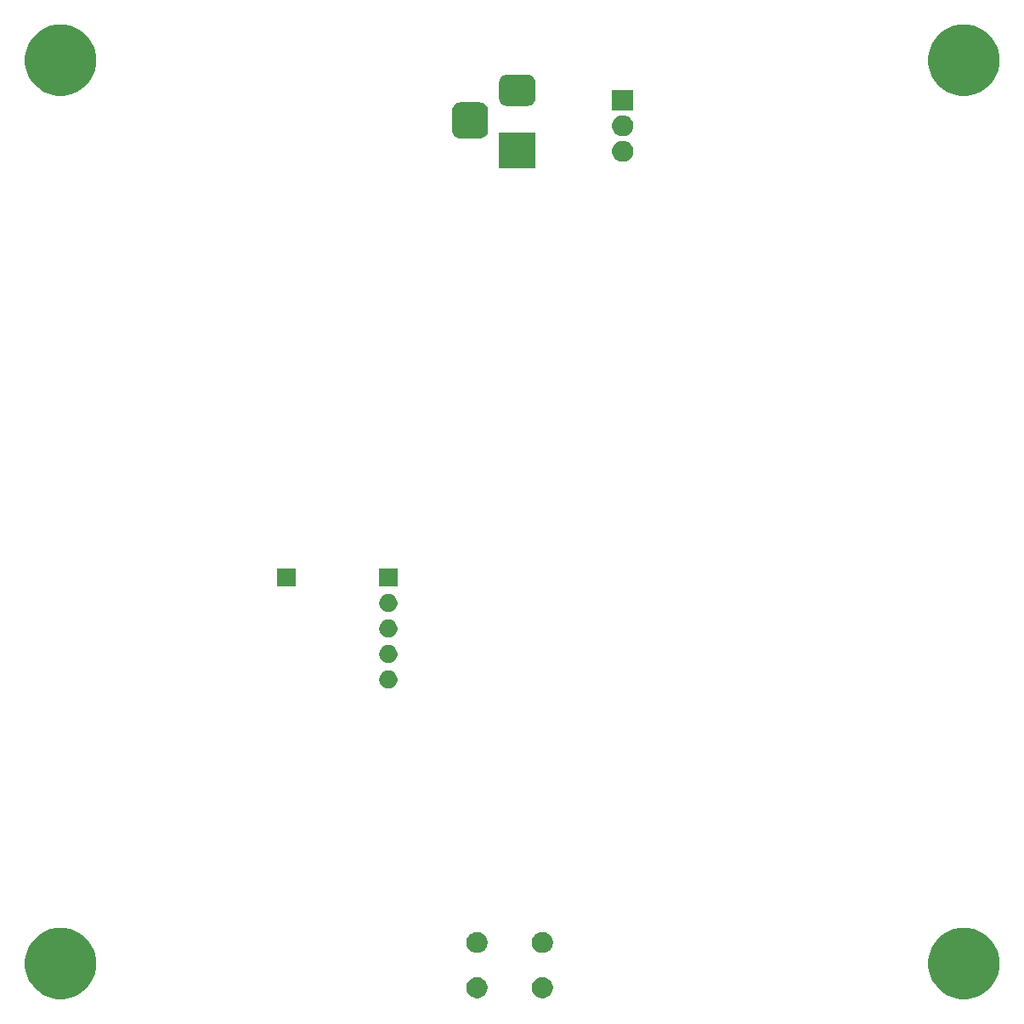
<source format=gbr>
G04 #@! TF.GenerationSoftware,KiCad,Pcbnew,(5.1.6-0-10_14)*
G04 #@! TF.CreationDate,2020-08-08T16:53:35-04:00*
G04 #@! TF.ProjectId,business-card-v4-programmer-board-pcb,62757369-6e65-4737-932d-636172642d76,rev?*
G04 #@! TF.SameCoordinates,Original*
G04 #@! TF.FileFunction,Soldermask,Bot*
G04 #@! TF.FilePolarity,Negative*
%FSLAX46Y46*%
G04 Gerber Fmt 4.6, Leading zero omitted, Abs format (unit mm)*
G04 Created by KiCad (PCBNEW (5.1.6-0-10_14)) date 2020-08-08 16:53:35*
%MOMM*%
%LPD*%
G01*
G04 APERTURE LIST*
%ADD10C,0.100000*%
G04 APERTURE END LIST*
D10*
G36*
X193535787Y-151585462D02*
G01*
X193535790Y-151585463D01*
X193535789Y-151585463D01*
X194182029Y-151853144D01*
X194763631Y-152241758D01*
X195258242Y-152736369D01*
X195646856Y-153317971D01*
X195754552Y-153577973D01*
X195914538Y-153964213D01*
X196051000Y-154650256D01*
X196051000Y-155349744D01*
X195914538Y-156035787D01*
X195914537Y-156035789D01*
X195646856Y-156682029D01*
X195258242Y-157263631D01*
X194763631Y-157758242D01*
X194182029Y-158146856D01*
X193994905Y-158224365D01*
X193535787Y-158414538D01*
X192849744Y-158551000D01*
X192150256Y-158551000D01*
X191464213Y-158414538D01*
X191005095Y-158224365D01*
X190817971Y-158146856D01*
X190236369Y-157758242D01*
X189741758Y-157263631D01*
X189353144Y-156682029D01*
X189085463Y-156035789D01*
X189085462Y-156035787D01*
X188949000Y-155349744D01*
X188949000Y-154650256D01*
X189085462Y-153964213D01*
X189245448Y-153577973D01*
X189353144Y-153317971D01*
X189741758Y-152736369D01*
X190236369Y-152241758D01*
X190817971Y-151853144D01*
X191464211Y-151585463D01*
X191464210Y-151585463D01*
X191464213Y-151585462D01*
X192150256Y-151449000D01*
X192849744Y-151449000D01*
X193535787Y-151585462D01*
G37*
G36*
X103535787Y-151585462D02*
G01*
X103535790Y-151585463D01*
X103535789Y-151585463D01*
X104182029Y-151853144D01*
X104763631Y-152241758D01*
X105258242Y-152736369D01*
X105646856Y-153317971D01*
X105754552Y-153577973D01*
X105914538Y-153964213D01*
X106051000Y-154650256D01*
X106051000Y-155349744D01*
X105914538Y-156035787D01*
X105914537Y-156035789D01*
X105646856Y-156682029D01*
X105258242Y-157263631D01*
X104763631Y-157758242D01*
X104182029Y-158146856D01*
X103994905Y-158224365D01*
X103535787Y-158414538D01*
X102849744Y-158551000D01*
X102150256Y-158551000D01*
X101464213Y-158414538D01*
X101005095Y-158224365D01*
X100817971Y-158146856D01*
X100236369Y-157758242D01*
X99741758Y-157263631D01*
X99353144Y-156682029D01*
X99085463Y-156035789D01*
X99085462Y-156035787D01*
X98949000Y-155349744D01*
X98949000Y-154650256D01*
X99085462Y-153964213D01*
X99245448Y-153577973D01*
X99353144Y-153317971D01*
X99741758Y-152736369D01*
X100236369Y-152241758D01*
X100817971Y-151853144D01*
X101464211Y-151585463D01*
X101464210Y-151585463D01*
X101464213Y-151585462D01*
X102150256Y-151449000D01*
X102849744Y-151449000D01*
X103535787Y-151585462D01*
G37*
G36*
X150806564Y-156397389D02*
G01*
X150949232Y-156456484D01*
X150997835Y-156476616D01*
X151041573Y-156505841D01*
X151169973Y-156591635D01*
X151316365Y-156738027D01*
X151431385Y-156910167D01*
X151510611Y-157101436D01*
X151551000Y-157304484D01*
X151551000Y-157511516D01*
X151510611Y-157714564D01*
X151431385Y-157905833D01*
X151431384Y-157905835D01*
X151316365Y-158077973D01*
X151169973Y-158224365D01*
X150997835Y-158339384D01*
X150997834Y-158339385D01*
X150997833Y-158339385D01*
X150806564Y-158418611D01*
X150603516Y-158459000D01*
X150396484Y-158459000D01*
X150193436Y-158418611D01*
X150002167Y-158339385D01*
X150002166Y-158339385D01*
X150002165Y-158339384D01*
X149830027Y-158224365D01*
X149683635Y-158077973D01*
X149568616Y-157905835D01*
X149568615Y-157905833D01*
X149489389Y-157714564D01*
X149449000Y-157511516D01*
X149449000Y-157304484D01*
X149489389Y-157101436D01*
X149568615Y-156910167D01*
X149683635Y-156738027D01*
X149830027Y-156591635D01*
X149958427Y-156505841D01*
X150002165Y-156476616D01*
X150050768Y-156456484D01*
X150193436Y-156397389D01*
X150396484Y-156357000D01*
X150603516Y-156357000D01*
X150806564Y-156397389D01*
G37*
G36*
X144306564Y-156397389D02*
G01*
X144449232Y-156456484D01*
X144497835Y-156476616D01*
X144541573Y-156505841D01*
X144669973Y-156591635D01*
X144816365Y-156738027D01*
X144931385Y-156910167D01*
X145010611Y-157101436D01*
X145051000Y-157304484D01*
X145051000Y-157511516D01*
X145010611Y-157714564D01*
X144931385Y-157905833D01*
X144931384Y-157905835D01*
X144816365Y-158077973D01*
X144669973Y-158224365D01*
X144497835Y-158339384D01*
X144497834Y-158339385D01*
X144497833Y-158339385D01*
X144306564Y-158418611D01*
X144103516Y-158459000D01*
X143896484Y-158459000D01*
X143693436Y-158418611D01*
X143502167Y-158339385D01*
X143502166Y-158339385D01*
X143502165Y-158339384D01*
X143330027Y-158224365D01*
X143183635Y-158077973D01*
X143068616Y-157905835D01*
X143068615Y-157905833D01*
X142989389Y-157714564D01*
X142949000Y-157511516D01*
X142949000Y-157304484D01*
X142989389Y-157101436D01*
X143068615Y-156910167D01*
X143183635Y-156738027D01*
X143330027Y-156591635D01*
X143458427Y-156505841D01*
X143502165Y-156476616D01*
X143550768Y-156456484D01*
X143693436Y-156397389D01*
X143896484Y-156357000D01*
X144103516Y-156357000D01*
X144306564Y-156397389D01*
G37*
G36*
X150806564Y-151897389D02*
G01*
X150994728Y-151975329D01*
X150997835Y-151976616D01*
X151069777Y-152024686D01*
X151169973Y-152091635D01*
X151316365Y-152238027D01*
X151431385Y-152410167D01*
X151510611Y-152601436D01*
X151551000Y-152804484D01*
X151551000Y-153011516D01*
X151510611Y-153214564D01*
X151467778Y-153317972D01*
X151431384Y-153405835D01*
X151316365Y-153577973D01*
X151169973Y-153724365D01*
X150997835Y-153839384D01*
X150997834Y-153839385D01*
X150997833Y-153839385D01*
X150806564Y-153918611D01*
X150603516Y-153959000D01*
X150396484Y-153959000D01*
X150193436Y-153918611D01*
X150002167Y-153839385D01*
X150002166Y-153839385D01*
X150002165Y-153839384D01*
X149830027Y-153724365D01*
X149683635Y-153577973D01*
X149568616Y-153405835D01*
X149532222Y-153317972D01*
X149489389Y-153214564D01*
X149449000Y-153011516D01*
X149449000Y-152804484D01*
X149489389Y-152601436D01*
X149568615Y-152410167D01*
X149683635Y-152238027D01*
X149830027Y-152091635D01*
X149930223Y-152024686D01*
X150002165Y-151976616D01*
X150005272Y-151975329D01*
X150193436Y-151897389D01*
X150396484Y-151857000D01*
X150603516Y-151857000D01*
X150806564Y-151897389D01*
G37*
G36*
X144306564Y-151897389D02*
G01*
X144494728Y-151975329D01*
X144497835Y-151976616D01*
X144569777Y-152024686D01*
X144669973Y-152091635D01*
X144816365Y-152238027D01*
X144931385Y-152410167D01*
X145010611Y-152601436D01*
X145051000Y-152804484D01*
X145051000Y-153011516D01*
X145010611Y-153214564D01*
X144967778Y-153317972D01*
X144931384Y-153405835D01*
X144816365Y-153577973D01*
X144669973Y-153724365D01*
X144497835Y-153839384D01*
X144497834Y-153839385D01*
X144497833Y-153839385D01*
X144306564Y-153918611D01*
X144103516Y-153959000D01*
X143896484Y-153959000D01*
X143693436Y-153918611D01*
X143502167Y-153839385D01*
X143502166Y-153839385D01*
X143502165Y-153839384D01*
X143330027Y-153724365D01*
X143183635Y-153577973D01*
X143068616Y-153405835D01*
X143032222Y-153317972D01*
X142989389Y-153214564D01*
X142949000Y-153011516D01*
X142949000Y-152804484D01*
X142989389Y-152601436D01*
X143068615Y-152410167D01*
X143183635Y-152238027D01*
X143330027Y-152091635D01*
X143430223Y-152024686D01*
X143502165Y-151976616D01*
X143505272Y-151975329D01*
X143693436Y-151897389D01*
X143896484Y-151857000D01*
X144103516Y-151857000D01*
X144306564Y-151897389D01*
G37*
G36*
X135263512Y-125813927D02*
G01*
X135412812Y-125843624D01*
X135576784Y-125911544D01*
X135724354Y-126010147D01*
X135849853Y-126135646D01*
X135948456Y-126283216D01*
X136016376Y-126447188D01*
X136051000Y-126621259D01*
X136051000Y-126798741D01*
X136016376Y-126972812D01*
X135948456Y-127136784D01*
X135849853Y-127284354D01*
X135724354Y-127409853D01*
X135576784Y-127508456D01*
X135412812Y-127576376D01*
X135263512Y-127606073D01*
X135238742Y-127611000D01*
X135061258Y-127611000D01*
X135036488Y-127606073D01*
X134887188Y-127576376D01*
X134723216Y-127508456D01*
X134575646Y-127409853D01*
X134450147Y-127284354D01*
X134351544Y-127136784D01*
X134283624Y-126972812D01*
X134249000Y-126798741D01*
X134249000Y-126621259D01*
X134283624Y-126447188D01*
X134351544Y-126283216D01*
X134450147Y-126135646D01*
X134575646Y-126010147D01*
X134723216Y-125911544D01*
X134887188Y-125843624D01*
X135036488Y-125813927D01*
X135061258Y-125809000D01*
X135238742Y-125809000D01*
X135263512Y-125813927D01*
G37*
G36*
X135263512Y-123273927D02*
G01*
X135412812Y-123303624D01*
X135576784Y-123371544D01*
X135724354Y-123470147D01*
X135849853Y-123595646D01*
X135948456Y-123743216D01*
X136016376Y-123907188D01*
X136051000Y-124081259D01*
X136051000Y-124258741D01*
X136016376Y-124432812D01*
X135948456Y-124596784D01*
X135849853Y-124744354D01*
X135724354Y-124869853D01*
X135576784Y-124968456D01*
X135412812Y-125036376D01*
X135263512Y-125066073D01*
X135238742Y-125071000D01*
X135061258Y-125071000D01*
X135036488Y-125066073D01*
X134887188Y-125036376D01*
X134723216Y-124968456D01*
X134575646Y-124869853D01*
X134450147Y-124744354D01*
X134351544Y-124596784D01*
X134283624Y-124432812D01*
X134249000Y-124258741D01*
X134249000Y-124081259D01*
X134283624Y-123907188D01*
X134351544Y-123743216D01*
X134450147Y-123595646D01*
X134575646Y-123470147D01*
X134723216Y-123371544D01*
X134887188Y-123303624D01*
X135036488Y-123273927D01*
X135061258Y-123269000D01*
X135238742Y-123269000D01*
X135263512Y-123273927D01*
G37*
G36*
X135263512Y-120733927D02*
G01*
X135412812Y-120763624D01*
X135576784Y-120831544D01*
X135724354Y-120930147D01*
X135849853Y-121055646D01*
X135948456Y-121203216D01*
X136016376Y-121367188D01*
X136051000Y-121541259D01*
X136051000Y-121718741D01*
X136016376Y-121892812D01*
X135948456Y-122056784D01*
X135849853Y-122204354D01*
X135724354Y-122329853D01*
X135576784Y-122428456D01*
X135412812Y-122496376D01*
X135263512Y-122526073D01*
X135238742Y-122531000D01*
X135061258Y-122531000D01*
X135036488Y-122526073D01*
X134887188Y-122496376D01*
X134723216Y-122428456D01*
X134575646Y-122329853D01*
X134450147Y-122204354D01*
X134351544Y-122056784D01*
X134283624Y-121892812D01*
X134249000Y-121718741D01*
X134249000Y-121541259D01*
X134283624Y-121367188D01*
X134351544Y-121203216D01*
X134450147Y-121055646D01*
X134575646Y-120930147D01*
X134723216Y-120831544D01*
X134887188Y-120763624D01*
X135036488Y-120733927D01*
X135061258Y-120729000D01*
X135238742Y-120729000D01*
X135263512Y-120733927D01*
G37*
G36*
X135263512Y-118193927D02*
G01*
X135412812Y-118223624D01*
X135576784Y-118291544D01*
X135724354Y-118390147D01*
X135849853Y-118515646D01*
X135948456Y-118663216D01*
X136016376Y-118827188D01*
X136051000Y-119001259D01*
X136051000Y-119178741D01*
X136016376Y-119352812D01*
X135948456Y-119516784D01*
X135849853Y-119664354D01*
X135724354Y-119789853D01*
X135576784Y-119888456D01*
X135412812Y-119956376D01*
X135263512Y-119986073D01*
X135238742Y-119991000D01*
X135061258Y-119991000D01*
X135036488Y-119986073D01*
X134887188Y-119956376D01*
X134723216Y-119888456D01*
X134575646Y-119789853D01*
X134450147Y-119664354D01*
X134351544Y-119516784D01*
X134283624Y-119352812D01*
X134249000Y-119178741D01*
X134249000Y-119001259D01*
X134283624Y-118827188D01*
X134351544Y-118663216D01*
X134450147Y-118515646D01*
X134575646Y-118390147D01*
X134723216Y-118291544D01*
X134887188Y-118223624D01*
X135036488Y-118193927D01*
X135061258Y-118189000D01*
X135238742Y-118189000D01*
X135263512Y-118193927D01*
G37*
G36*
X125891000Y-117451000D02*
G01*
X124089000Y-117451000D01*
X124089000Y-115649000D01*
X125891000Y-115649000D01*
X125891000Y-117451000D01*
G37*
G36*
X136051000Y-117451000D02*
G01*
X134249000Y-117451000D01*
X134249000Y-115649000D01*
X136051000Y-115649000D01*
X136051000Y-117451000D01*
G37*
G36*
X149801000Y-75801000D02*
G01*
X146199000Y-75801000D01*
X146199000Y-72199000D01*
X149801000Y-72199000D01*
X149801000Y-75801000D01*
G37*
G36*
X158806564Y-73069389D02*
G01*
X158997833Y-73148615D01*
X158997835Y-73148616D01*
X159169973Y-73263635D01*
X159316365Y-73410027D01*
X159431385Y-73582167D01*
X159510611Y-73773436D01*
X159551000Y-73976484D01*
X159551000Y-74183516D01*
X159510611Y-74386564D01*
X159431385Y-74577833D01*
X159431384Y-74577835D01*
X159316365Y-74749973D01*
X159169973Y-74896365D01*
X158997835Y-75011384D01*
X158997834Y-75011385D01*
X158997833Y-75011385D01*
X158806564Y-75090611D01*
X158603516Y-75131000D01*
X158396484Y-75131000D01*
X158193436Y-75090611D01*
X158002167Y-75011385D01*
X158002166Y-75011385D01*
X158002165Y-75011384D01*
X157830027Y-74896365D01*
X157683635Y-74749973D01*
X157568616Y-74577835D01*
X157568615Y-74577833D01*
X157489389Y-74386564D01*
X157449000Y-74183516D01*
X157449000Y-73976484D01*
X157489389Y-73773436D01*
X157568615Y-73582167D01*
X157683635Y-73410027D01*
X157830027Y-73263635D01*
X158002165Y-73148616D01*
X158002167Y-73148615D01*
X158193436Y-73069389D01*
X158396484Y-73029000D01*
X158603516Y-73029000D01*
X158806564Y-73069389D01*
G37*
G36*
X144426366Y-69215695D02*
G01*
X144583460Y-69263349D01*
X144728231Y-69340731D01*
X144855128Y-69444872D01*
X144959269Y-69571769D01*
X145036651Y-69716540D01*
X145084305Y-69873634D01*
X145101000Y-70043140D01*
X145101000Y-71956860D01*
X145084305Y-72126366D01*
X145036651Y-72283460D01*
X144959269Y-72428231D01*
X144855128Y-72555128D01*
X144728231Y-72659269D01*
X144583460Y-72736651D01*
X144426366Y-72784305D01*
X144256860Y-72801000D01*
X142343140Y-72801000D01*
X142173634Y-72784305D01*
X142016540Y-72736651D01*
X141871769Y-72659269D01*
X141744872Y-72555128D01*
X141640731Y-72428231D01*
X141563349Y-72283460D01*
X141515695Y-72126366D01*
X141499000Y-71956860D01*
X141499000Y-70043140D01*
X141515695Y-69873634D01*
X141563349Y-69716540D01*
X141640731Y-69571769D01*
X141744872Y-69444872D01*
X141871769Y-69340731D01*
X142016540Y-69263349D01*
X142173634Y-69215695D01*
X142343140Y-69199000D01*
X144256860Y-69199000D01*
X144426366Y-69215695D01*
G37*
G36*
X158806564Y-70529389D02*
G01*
X158997833Y-70608615D01*
X158997835Y-70608616D01*
X159169973Y-70723635D01*
X159316365Y-70870027D01*
X159431385Y-71042167D01*
X159510611Y-71233436D01*
X159551000Y-71436484D01*
X159551000Y-71643516D01*
X159510611Y-71846564D01*
X159488270Y-71900500D01*
X159431384Y-72037835D01*
X159316365Y-72209973D01*
X159169973Y-72356365D01*
X158997835Y-72471384D01*
X158997834Y-72471385D01*
X158997833Y-72471385D01*
X158806564Y-72550611D01*
X158603516Y-72591000D01*
X158396484Y-72591000D01*
X158193436Y-72550611D01*
X158002167Y-72471385D01*
X158002166Y-72471385D01*
X158002165Y-72471384D01*
X157830027Y-72356365D01*
X157683635Y-72209973D01*
X157568616Y-72037835D01*
X157511730Y-71900500D01*
X157489389Y-71846564D01*
X157449000Y-71643516D01*
X157449000Y-71436484D01*
X157489389Y-71233436D01*
X157568615Y-71042167D01*
X157683635Y-70870027D01*
X157830027Y-70723635D01*
X158002165Y-70608616D01*
X158002167Y-70608615D01*
X158193436Y-70529389D01*
X158396484Y-70489000D01*
X158603516Y-70489000D01*
X158806564Y-70529389D01*
G37*
G36*
X159551000Y-70051000D02*
G01*
X157449000Y-70051000D01*
X157449000Y-67949000D01*
X159551000Y-67949000D01*
X159551000Y-70051000D01*
G37*
G36*
X149226979Y-66463293D02*
G01*
X149360625Y-66503834D01*
X149483784Y-66569664D01*
X149591740Y-66658260D01*
X149680336Y-66766216D01*
X149746166Y-66889375D01*
X149786707Y-67023021D01*
X149801000Y-67168140D01*
X149801000Y-68831860D01*
X149786707Y-68976979D01*
X149746166Y-69110625D01*
X149680336Y-69233784D01*
X149591740Y-69341740D01*
X149483784Y-69430336D01*
X149360625Y-69496166D01*
X149226979Y-69536707D01*
X149081860Y-69551000D01*
X146918140Y-69551000D01*
X146773021Y-69536707D01*
X146639375Y-69496166D01*
X146516216Y-69430336D01*
X146408260Y-69341740D01*
X146319664Y-69233784D01*
X146253834Y-69110625D01*
X146213293Y-68976979D01*
X146199000Y-68831860D01*
X146199000Y-67168140D01*
X146213293Y-67023021D01*
X146253834Y-66889375D01*
X146319664Y-66766216D01*
X146408260Y-66658260D01*
X146516216Y-66569664D01*
X146639375Y-66503834D01*
X146773021Y-66463293D01*
X146918140Y-66449000D01*
X149081860Y-66449000D01*
X149226979Y-66463293D01*
G37*
G36*
X103535787Y-61585462D02*
G01*
X103535790Y-61585463D01*
X103535789Y-61585463D01*
X104182029Y-61853144D01*
X104763631Y-62241758D01*
X105258242Y-62736369D01*
X105646856Y-63317971D01*
X105761541Y-63594845D01*
X105914538Y-63964213D01*
X106051000Y-64650256D01*
X106051000Y-65349744D01*
X105914538Y-66035787D01*
X105914537Y-66035789D01*
X105646856Y-66682029D01*
X105258242Y-67263631D01*
X104763631Y-67758242D01*
X104182029Y-68146856D01*
X103725068Y-68336135D01*
X103535787Y-68414538D01*
X102849744Y-68551000D01*
X102150256Y-68551000D01*
X101464213Y-68414538D01*
X101274932Y-68336135D01*
X100817971Y-68146856D01*
X100236369Y-67758242D01*
X99741758Y-67263631D01*
X99353144Y-66682029D01*
X99085463Y-66035789D01*
X99085462Y-66035787D01*
X98949000Y-65349744D01*
X98949000Y-64650256D01*
X99085462Y-63964213D01*
X99238459Y-63594845D01*
X99353144Y-63317971D01*
X99741758Y-62736369D01*
X100236369Y-62241758D01*
X100817971Y-61853144D01*
X101464211Y-61585463D01*
X101464210Y-61585463D01*
X101464213Y-61585462D01*
X102150256Y-61449000D01*
X102849744Y-61449000D01*
X103535787Y-61585462D01*
G37*
G36*
X193535787Y-61585462D02*
G01*
X193535790Y-61585463D01*
X193535789Y-61585463D01*
X194182029Y-61853144D01*
X194763631Y-62241758D01*
X195258242Y-62736369D01*
X195646856Y-63317971D01*
X195761541Y-63594845D01*
X195914538Y-63964213D01*
X196051000Y-64650256D01*
X196051000Y-65349744D01*
X195914538Y-66035787D01*
X195914537Y-66035789D01*
X195646856Y-66682029D01*
X195258242Y-67263631D01*
X194763631Y-67758242D01*
X194182029Y-68146856D01*
X193725068Y-68336135D01*
X193535787Y-68414538D01*
X192849744Y-68551000D01*
X192150256Y-68551000D01*
X191464213Y-68414538D01*
X191274932Y-68336135D01*
X190817971Y-68146856D01*
X190236369Y-67758242D01*
X189741758Y-67263631D01*
X189353144Y-66682029D01*
X189085463Y-66035789D01*
X189085462Y-66035787D01*
X188949000Y-65349744D01*
X188949000Y-64650256D01*
X189085462Y-63964213D01*
X189238459Y-63594845D01*
X189353144Y-63317971D01*
X189741758Y-62736369D01*
X190236369Y-62241758D01*
X190817971Y-61853144D01*
X191464211Y-61585463D01*
X191464210Y-61585463D01*
X191464213Y-61585462D01*
X192150256Y-61449000D01*
X192849744Y-61449000D01*
X193535787Y-61585462D01*
G37*
M02*

</source>
